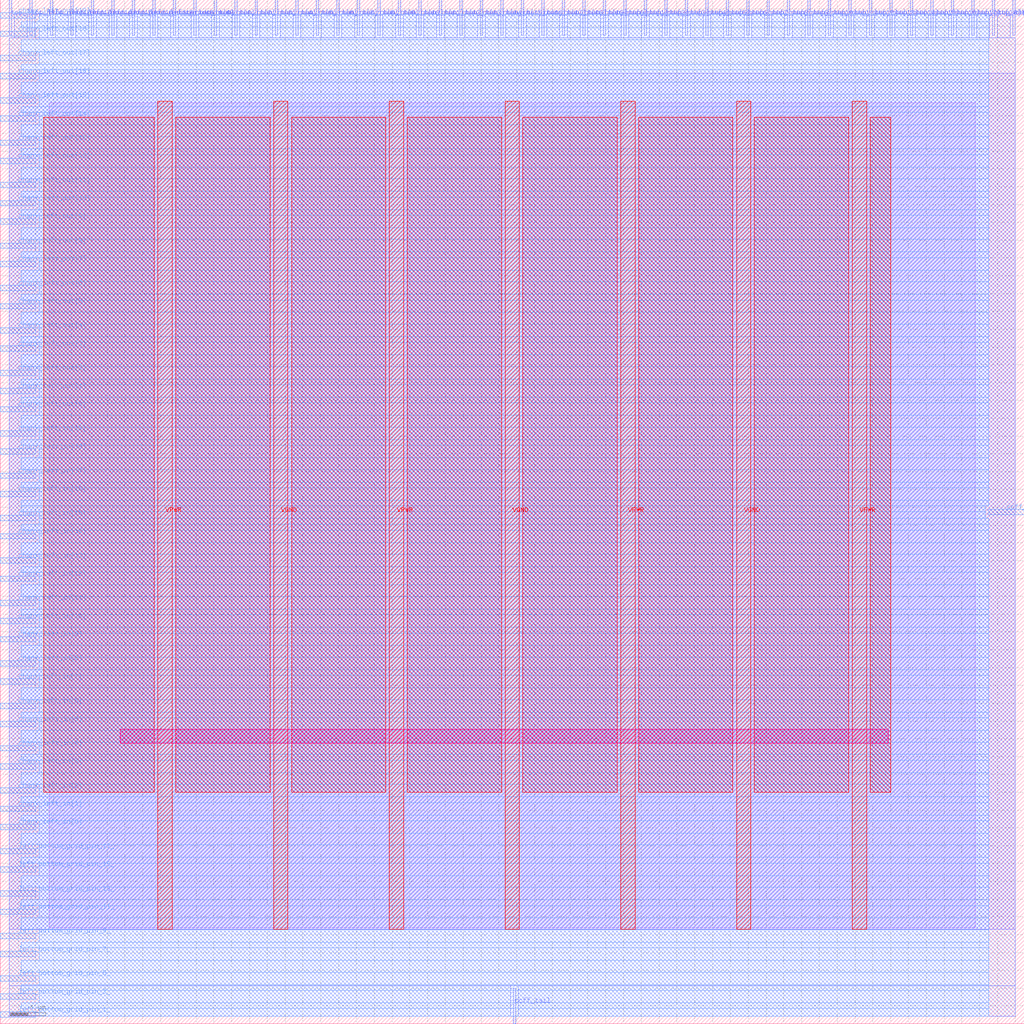
<source format=lef>
VERSION 5.7 ;
  NOWIREEXTENSIONATPIN ON ;
  DIVIDERCHAR "/" ;
  BUSBITCHARS "[]" ;
MACRO sb_2__0_
  CLASS BLOCK ;
  FOREIGN sb_2__0_ ;
  ORIGIN 0.000 0.000 ;
  SIZE 115.000 BY 115.000 ;
  PIN VGND
    DIRECTION INPUT ;
    USE GROUND ;
    PORT
      LAYER met4 ;
        RECT 30.710 10.640 32.310 103.600 ;
    END
    PORT
      LAYER met4 ;
        RECT 56.700 10.640 58.300 103.600 ;
    END
    PORT
      LAYER met4 ;
        RECT 82.690 10.640 84.290 103.600 ;
    END
  END VGND
  PIN VPWR
    DIRECTION INPUT ;
    USE POWER ;
    PORT
      LAYER met4 ;
        RECT 17.715 10.640 19.315 103.600 ;
    END
    PORT
      LAYER met4 ;
        RECT 43.705 10.640 45.305 103.600 ;
    END
    PORT
      LAYER met4 ;
        RECT 69.695 10.640 71.295 103.600 ;
    END
    PORT
      LAYER met4 ;
        RECT 95.685 10.640 97.285 103.600 ;
    END
  END VPWR
  PIN ccff_head
    DIRECTION INPUT ;
    USE SIGNAL ;
    PORT
      LAYER met3 ;
        RECT 111.000 57.160 115.000 57.760 ;
    END
  END ccff_head
  PIN ccff_tail
    DIRECTION OUTPUT TRISTATE ;
    USE SIGNAL ;
    PORT
      LAYER met2 ;
        RECT 57.590 0.000 57.870 4.000 ;
    END
  END ccff_tail
  PIN chanx_left_in[0]
    DIRECTION INPUT ;
    USE SIGNAL ;
    PORT
      LAYER met3 ;
        RECT 0.000 21.800 4.000 22.400 ;
    END
  END chanx_left_in[0]
  PIN chanx_left_in[10]
    DIRECTION INPUT ;
    USE SIGNAL ;
    PORT
      LAYER met3 ;
        RECT 0.000 44.920 4.000 45.520 ;
    END
  END chanx_left_in[10]
  PIN chanx_left_in[11]
    DIRECTION INPUT ;
    USE SIGNAL ;
    PORT
      LAYER met3 ;
        RECT 0.000 46.960 4.000 47.560 ;
    END
  END chanx_left_in[11]
  PIN chanx_left_in[12]
    DIRECTION INPUT ;
    USE SIGNAL ;
    PORT
      LAYER met3 ;
        RECT 0.000 49.680 4.000 50.280 ;
    END
  END chanx_left_in[12]
  PIN chanx_left_in[13]
    DIRECTION INPUT ;
    USE SIGNAL ;
    PORT
      LAYER met3 ;
        RECT 0.000 51.720 4.000 52.320 ;
    END
  END chanx_left_in[13]
  PIN chanx_left_in[14]
    DIRECTION INPUT ;
    USE SIGNAL ;
    PORT
      LAYER met3 ;
        RECT 0.000 54.440 4.000 55.040 ;
    END
  END chanx_left_in[14]
  PIN chanx_left_in[15]
    DIRECTION INPUT ;
    USE SIGNAL ;
    PORT
      LAYER met3 ;
        RECT 0.000 56.480 4.000 57.080 ;
    END
  END chanx_left_in[15]
  PIN chanx_left_in[16]
    DIRECTION INPUT ;
    USE SIGNAL ;
    PORT
      LAYER met3 ;
        RECT 0.000 59.200 4.000 59.800 ;
    END
  END chanx_left_in[16]
  PIN chanx_left_in[17]
    DIRECTION INPUT ;
    USE SIGNAL ;
    PORT
      LAYER met3 ;
        RECT 0.000 61.240 4.000 61.840 ;
    END
  END chanx_left_in[17]
  PIN chanx_left_in[18]
    DIRECTION INPUT ;
    USE SIGNAL ;
    PORT
      LAYER met3 ;
        RECT 0.000 63.960 4.000 64.560 ;
    END
  END chanx_left_in[18]
  PIN chanx_left_in[19]
    DIRECTION INPUT ;
    USE SIGNAL ;
    PORT
      LAYER met3 ;
        RECT 0.000 66.000 4.000 66.600 ;
    END
  END chanx_left_in[19]
  PIN chanx_left_in[1]
    DIRECTION INPUT ;
    USE SIGNAL ;
    PORT
      LAYER met3 ;
        RECT 0.000 23.840 4.000 24.440 ;
    END
  END chanx_left_in[1]
  PIN chanx_left_in[2]
    DIRECTION INPUT ;
    USE SIGNAL ;
    PORT
      LAYER met3 ;
        RECT 0.000 25.880 4.000 26.480 ;
    END
  END chanx_left_in[2]
  PIN chanx_left_in[3]
    DIRECTION INPUT ;
    USE SIGNAL ;
    PORT
      LAYER met3 ;
        RECT 0.000 28.600 4.000 29.200 ;
    END
  END chanx_left_in[3]
  PIN chanx_left_in[4]
    DIRECTION INPUT ;
    USE SIGNAL ;
    PORT
      LAYER met3 ;
        RECT 0.000 30.640 4.000 31.240 ;
    END
  END chanx_left_in[4]
  PIN chanx_left_in[5]
    DIRECTION INPUT ;
    USE SIGNAL ;
    PORT
      LAYER met3 ;
        RECT 0.000 33.360 4.000 33.960 ;
    END
  END chanx_left_in[5]
  PIN chanx_left_in[6]
    DIRECTION INPUT ;
    USE SIGNAL ;
    PORT
      LAYER met3 ;
        RECT 0.000 35.400 4.000 36.000 ;
    END
  END chanx_left_in[6]
  PIN chanx_left_in[7]
    DIRECTION INPUT ;
    USE SIGNAL ;
    PORT
      LAYER met3 ;
        RECT 0.000 38.120 4.000 38.720 ;
    END
  END chanx_left_in[7]
  PIN chanx_left_in[8]
    DIRECTION INPUT ;
    USE SIGNAL ;
    PORT
      LAYER met3 ;
        RECT 0.000 40.160 4.000 40.760 ;
    END
  END chanx_left_in[8]
  PIN chanx_left_in[9]
    DIRECTION INPUT ;
    USE SIGNAL ;
    PORT
      LAYER met3 ;
        RECT 0.000 42.880 4.000 43.480 ;
    END
  END chanx_left_in[9]
  PIN chanx_left_out[0]
    DIRECTION OUTPUT TRISTATE ;
    USE SIGNAL ;
    PORT
      LAYER met3 ;
        RECT 0.000 68.720 4.000 69.320 ;
    END
  END chanx_left_out[0]
  PIN chanx_left_out[10]
    DIRECTION OUTPUT TRISTATE ;
    USE SIGNAL ;
    PORT
      LAYER met3 ;
        RECT 0.000 91.840 4.000 92.440 ;
    END
  END chanx_left_out[10]
  PIN chanx_left_out[11]
    DIRECTION OUTPUT TRISTATE ;
    USE SIGNAL ;
    PORT
      LAYER met3 ;
        RECT 0.000 93.880 4.000 94.480 ;
    END
  END chanx_left_out[11]
  PIN chanx_left_out[12]
    DIRECTION OUTPUT TRISTATE ;
    USE SIGNAL ;
    PORT
      LAYER met3 ;
        RECT 0.000 96.600 4.000 97.200 ;
    END
  END chanx_left_out[12]
  PIN chanx_left_out[13]
    DIRECTION OUTPUT TRISTATE ;
    USE SIGNAL ;
    PORT
      LAYER met3 ;
        RECT 0.000 98.640 4.000 99.240 ;
    END
  END chanx_left_out[13]
  PIN chanx_left_out[14]
    DIRECTION OUTPUT TRISTATE ;
    USE SIGNAL ;
    PORT
      LAYER met3 ;
        RECT 0.000 101.360 4.000 101.960 ;
    END
  END chanx_left_out[14]
  PIN chanx_left_out[15]
    DIRECTION OUTPUT TRISTATE ;
    USE SIGNAL ;
    PORT
      LAYER met3 ;
        RECT 0.000 103.400 4.000 104.000 ;
    END
  END chanx_left_out[15]
  PIN chanx_left_out[16]
    DIRECTION OUTPUT TRISTATE ;
    USE SIGNAL ;
    PORT
      LAYER met3 ;
        RECT 0.000 106.120 4.000 106.720 ;
    END
  END chanx_left_out[16]
  PIN chanx_left_out[17]
    DIRECTION OUTPUT TRISTATE ;
    USE SIGNAL ;
    PORT
      LAYER met3 ;
        RECT 0.000 108.160 4.000 108.760 ;
    END
  END chanx_left_out[17]
  PIN chanx_left_out[18]
    DIRECTION OUTPUT TRISTATE ;
    USE SIGNAL ;
    PORT
      LAYER met3 ;
        RECT 0.000 110.880 4.000 111.480 ;
    END
  END chanx_left_out[18]
  PIN chanx_left_out[19]
    DIRECTION OUTPUT TRISTATE ;
    USE SIGNAL ;
    PORT
      LAYER met3 ;
        RECT 0.000 112.920 4.000 113.520 ;
    END
  END chanx_left_out[19]
  PIN chanx_left_out[1]
    DIRECTION OUTPUT TRISTATE ;
    USE SIGNAL ;
    PORT
      LAYER met3 ;
        RECT 0.000 70.760 4.000 71.360 ;
    END
  END chanx_left_out[1]
  PIN chanx_left_out[2]
    DIRECTION OUTPUT TRISTATE ;
    USE SIGNAL ;
    PORT
      LAYER met3 ;
        RECT 0.000 72.800 4.000 73.400 ;
    END
  END chanx_left_out[2]
  PIN chanx_left_out[3]
    DIRECTION OUTPUT TRISTATE ;
    USE SIGNAL ;
    PORT
      LAYER met3 ;
        RECT 0.000 75.520 4.000 76.120 ;
    END
  END chanx_left_out[3]
  PIN chanx_left_out[4]
    DIRECTION OUTPUT TRISTATE ;
    USE SIGNAL ;
    PORT
      LAYER met3 ;
        RECT 0.000 77.560 4.000 78.160 ;
    END
  END chanx_left_out[4]
  PIN chanx_left_out[5]
    DIRECTION OUTPUT TRISTATE ;
    USE SIGNAL ;
    PORT
      LAYER met3 ;
        RECT 0.000 80.280 4.000 80.880 ;
    END
  END chanx_left_out[5]
  PIN chanx_left_out[6]
    DIRECTION OUTPUT TRISTATE ;
    USE SIGNAL ;
    PORT
      LAYER met3 ;
        RECT 0.000 82.320 4.000 82.920 ;
    END
  END chanx_left_out[6]
  PIN chanx_left_out[7]
    DIRECTION OUTPUT TRISTATE ;
    USE SIGNAL ;
    PORT
      LAYER met3 ;
        RECT 0.000 85.040 4.000 85.640 ;
    END
  END chanx_left_out[7]
  PIN chanx_left_out[8]
    DIRECTION OUTPUT TRISTATE ;
    USE SIGNAL ;
    PORT
      LAYER met3 ;
        RECT 0.000 87.080 4.000 87.680 ;
    END
  END chanx_left_out[8]
  PIN chanx_left_out[9]
    DIRECTION OUTPUT TRISTATE ;
    USE SIGNAL ;
    PORT
      LAYER met3 ;
        RECT 0.000 89.800 4.000 90.400 ;
    END
  END chanx_left_out[9]
  PIN chany_top_in[0]
    DIRECTION INPUT ;
    USE SIGNAL ;
    PORT
      LAYER met2 ;
        RECT 19.410 111.000 19.690 115.000 ;
    END
  END chany_top_in[0]
  PIN chany_top_in[10]
    DIRECTION INPUT ;
    USE SIGNAL ;
    PORT
      LAYER met2 ;
        RECT 42.410 111.000 42.690 115.000 ;
    END
  END chany_top_in[10]
  PIN chany_top_in[11]
    DIRECTION INPUT ;
    USE SIGNAL ;
    PORT
      LAYER met2 ;
        RECT 44.710 111.000 44.990 115.000 ;
    END
  END chany_top_in[11]
  PIN chany_top_in[12]
    DIRECTION INPUT ;
    USE SIGNAL ;
    PORT
      LAYER met2 ;
        RECT 47.010 111.000 47.290 115.000 ;
    END
  END chany_top_in[12]
  PIN chany_top_in[13]
    DIRECTION INPUT ;
    USE SIGNAL ;
    PORT
      LAYER met2 ;
        RECT 49.310 111.000 49.590 115.000 ;
    END
  END chany_top_in[13]
  PIN chany_top_in[14]
    DIRECTION INPUT ;
    USE SIGNAL ;
    PORT
      LAYER met2 ;
        RECT 51.610 111.000 51.890 115.000 ;
    END
  END chany_top_in[14]
  PIN chany_top_in[15]
    DIRECTION INPUT ;
    USE SIGNAL ;
    PORT
      LAYER met2 ;
        RECT 53.910 111.000 54.190 115.000 ;
    END
  END chany_top_in[15]
  PIN chany_top_in[16]
    DIRECTION INPUT ;
    USE SIGNAL ;
    PORT
      LAYER met2 ;
        RECT 56.210 111.000 56.490 115.000 ;
    END
  END chany_top_in[16]
  PIN chany_top_in[17]
    DIRECTION INPUT ;
    USE SIGNAL ;
    PORT
      LAYER met2 ;
        RECT 58.510 111.000 58.790 115.000 ;
    END
  END chany_top_in[17]
  PIN chany_top_in[18]
    DIRECTION INPUT ;
    USE SIGNAL ;
    PORT
      LAYER met2 ;
        RECT 60.810 111.000 61.090 115.000 ;
    END
  END chany_top_in[18]
  PIN chany_top_in[19]
    DIRECTION INPUT ;
    USE SIGNAL ;
    PORT
      LAYER met2 ;
        RECT 63.110 111.000 63.390 115.000 ;
    END
  END chany_top_in[19]
  PIN chany_top_in[1]
    DIRECTION INPUT ;
    USE SIGNAL ;
    PORT
      LAYER met2 ;
        RECT 21.710 111.000 21.990 115.000 ;
    END
  END chany_top_in[1]
  PIN chany_top_in[2]
    DIRECTION INPUT ;
    USE SIGNAL ;
    PORT
      LAYER met2 ;
        RECT 24.010 111.000 24.290 115.000 ;
    END
  END chany_top_in[2]
  PIN chany_top_in[3]
    DIRECTION INPUT ;
    USE SIGNAL ;
    PORT
      LAYER met2 ;
        RECT 26.310 111.000 26.590 115.000 ;
    END
  END chany_top_in[3]
  PIN chany_top_in[4]
    DIRECTION INPUT ;
    USE SIGNAL ;
    PORT
      LAYER met2 ;
        RECT 28.610 111.000 28.890 115.000 ;
    END
  END chany_top_in[4]
  PIN chany_top_in[5]
    DIRECTION INPUT ;
    USE SIGNAL ;
    PORT
      LAYER met2 ;
        RECT 30.910 111.000 31.190 115.000 ;
    END
  END chany_top_in[5]
  PIN chany_top_in[6]
    DIRECTION INPUT ;
    USE SIGNAL ;
    PORT
      LAYER met2 ;
        RECT 33.210 111.000 33.490 115.000 ;
    END
  END chany_top_in[6]
  PIN chany_top_in[7]
    DIRECTION INPUT ;
    USE SIGNAL ;
    PORT
      LAYER met2 ;
        RECT 35.510 111.000 35.790 115.000 ;
    END
  END chany_top_in[7]
  PIN chany_top_in[8]
    DIRECTION INPUT ;
    USE SIGNAL ;
    PORT
      LAYER met2 ;
        RECT 37.810 111.000 38.090 115.000 ;
    END
  END chany_top_in[8]
  PIN chany_top_in[9]
    DIRECTION INPUT ;
    USE SIGNAL ;
    PORT
      LAYER met2 ;
        RECT 40.110 111.000 40.390 115.000 ;
    END
  END chany_top_in[9]
  PIN chany_top_out[0]
    DIRECTION OUTPUT TRISTATE ;
    USE SIGNAL ;
    PORT
      LAYER met2 ;
        RECT 65.410 111.000 65.690 115.000 ;
    END
  END chany_top_out[0]
  PIN chany_top_out[10]
    DIRECTION OUTPUT TRISTATE ;
    USE SIGNAL ;
    PORT
      LAYER met2 ;
        RECT 88.410 111.000 88.690 115.000 ;
    END
  END chany_top_out[10]
  PIN chany_top_out[11]
    DIRECTION OUTPUT TRISTATE ;
    USE SIGNAL ;
    PORT
      LAYER met2 ;
        RECT 90.710 111.000 90.990 115.000 ;
    END
  END chany_top_out[11]
  PIN chany_top_out[12]
    DIRECTION OUTPUT TRISTATE ;
    USE SIGNAL ;
    PORT
      LAYER met2 ;
        RECT 93.010 111.000 93.290 115.000 ;
    END
  END chany_top_out[12]
  PIN chany_top_out[13]
    DIRECTION OUTPUT TRISTATE ;
    USE SIGNAL ;
    PORT
      LAYER met2 ;
        RECT 95.310 111.000 95.590 115.000 ;
    END
  END chany_top_out[13]
  PIN chany_top_out[14]
    DIRECTION OUTPUT TRISTATE ;
    USE SIGNAL ;
    PORT
      LAYER met2 ;
        RECT 97.610 111.000 97.890 115.000 ;
    END
  END chany_top_out[14]
  PIN chany_top_out[15]
    DIRECTION OUTPUT TRISTATE ;
    USE SIGNAL ;
    PORT
      LAYER met2 ;
        RECT 99.910 111.000 100.190 115.000 ;
    END
  END chany_top_out[15]
  PIN chany_top_out[16]
    DIRECTION OUTPUT TRISTATE ;
    USE SIGNAL ;
    PORT
      LAYER met2 ;
        RECT 102.210 111.000 102.490 115.000 ;
    END
  END chany_top_out[16]
  PIN chany_top_out[17]
    DIRECTION OUTPUT TRISTATE ;
    USE SIGNAL ;
    PORT
      LAYER met2 ;
        RECT 104.510 111.000 104.790 115.000 ;
    END
  END chany_top_out[17]
  PIN chany_top_out[18]
    DIRECTION OUTPUT TRISTATE ;
    USE SIGNAL ;
    PORT
      LAYER met2 ;
        RECT 106.810 111.000 107.090 115.000 ;
    END
  END chany_top_out[18]
  PIN chany_top_out[19]
    DIRECTION OUTPUT TRISTATE ;
    USE SIGNAL ;
    PORT
      LAYER met2 ;
        RECT 109.110 111.000 109.390 115.000 ;
    END
  END chany_top_out[19]
  PIN chany_top_out[1]
    DIRECTION OUTPUT TRISTATE ;
    USE SIGNAL ;
    PORT
      LAYER met2 ;
        RECT 67.710 111.000 67.990 115.000 ;
    END
  END chany_top_out[1]
  PIN chany_top_out[2]
    DIRECTION OUTPUT TRISTATE ;
    USE SIGNAL ;
    PORT
      LAYER met2 ;
        RECT 70.010 111.000 70.290 115.000 ;
    END
  END chany_top_out[2]
  PIN chany_top_out[3]
    DIRECTION OUTPUT TRISTATE ;
    USE SIGNAL ;
    PORT
      LAYER met2 ;
        RECT 72.310 111.000 72.590 115.000 ;
    END
  END chany_top_out[3]
  PIN chany_top_out[4]
    DIRECTION OUTPUT TRISTATE ;
    USE SIGNAL ;
    PORT
      LAYER met2 ;
        RECT 74.610 111.000 74.890 115.000 ;
    END
  END chany_top_out[4]
  PIN chany_top_out[5]
    DIRECTION OUTPUT TRISTATE ;
    USE SIGNAL ;
    PORT
      LAYER met2 ;
        RECT 76.910 111.000 77.190 115.000 ;
    END
  END chany_top_out[5]
  PIN chany_top_out[6]
    DIRECTION OUTPUT TRISTATE ;
    USE SIGNAL ;
    PORT
      LAYER met2 ;
        RECT 79.210 111.000 79.490 115.000 ;
    END
  END chany_top_out[6]
  PIN chany_top_out[7]
    DIRECTION OUTPUT TRISTATE ;
    USE SIGNAL ;
    PORT
      LAYER met2 ;
        RECT 81.510 111.000 81.790 115.000 ;
    END
  END chany_top_out[7]
  PIN chany_top_out[8]
    DIRECTION OUTPUT TRISTATE ;
    USE SIGNAL ;
    PORT
      LAYER met2 ;
        RECT 83.810 111.000 84.090 115.000 ;
    END
  END chany_top_out[8]
  PIN chany_top_out[9]
    DIRECTION OUTPUT TRISTATE ;
    USE SIGNAL ;
    PORT
      LAYER met2 ;
        RECT 86.110 111.000 86.390 115.000 ;
    END
  END chany_top_out[9]
  PIN left_bottom_grid_pin_11_
    DIRECTION INPUT ;
    USE SIGNAL ;
    PORT
      LAYER met3 ;
        RECT 0.000 12.280 4.000 12.880 ;
    END
  END left_bottom_grid_pin_11_
  PIN left_bottom_grid_pin_13_
    DIRECTION INPUT ;
    USE SIGNAL ;
    PORT
      LAYER met3 ;
        RECT 0.000 14.320 4.000 14.920 ;
    END
  END left_bottom_grid_pin_13_
  PIN left_bottom_grid_pin_15_
    DIRECTION INPUT ;
    USE SIGNAL ;
    PORT
      LAYER met3 ;
        RECT 0.000 17.040 4.000 17.640 ;
    END
  END left_bottom_grid_pin_15_
  PIN left_bottom_grid_pin_17_
    DIRECTION INPUT ;
    USE SIGNAL ;
    PORT
      LAYER met3 ;
        RECT 0.000 19.080 4.000 19.680 ;
    END
  END left_bottom_grid_pin_17_
  PIN left_bottom_grid_pin_1_
    DIRECTION INPUT ;
    USE SIGNAL ;
    PORT
      LAYER met3 ;
        RECT 0.000 0.720 4.000 1.320 ;
    END
  END left_bottom_grid_pin_1_
  PIN left_bottom_grid_pin_3_
    DIRECTION INPUT ;
    USE SIGNAL ;
    PORT
      LAYER met3 ;
        RECT 0.000 2.760 4.000 3.360 ;
    END
  END left_bottom_grid_pin_3_
  PIN left_bottom_grid_pin_5_
    DIRECTION INPUT ;
    USE SIGNAL ;
    PORT
      LAYER met3 ;
        RECT 0.000 4.800 4.000 5.400 ;
    END
  END left_bottom_grid_pin_5_
  PIN left_bottom_grid_pin_7_
    DIRECTION INPUT ;
    USE SIGNAL ;
    PORT
      LAYER met3 ;
        RECT 0.000 7.520 4.000 8.120 ;
    END
  END left_bottom_grid_pin_7_
  PIN left_bottom_grid_pin_9_
    DIRECTION INPUT ;
    USE SIGNAL ;
    PORT
      LAYER met3 ;
        RECT 0.000 9.560 4.000 10.160 ;
    END
  END left_bottom_grid_pin_9_
  PIN prog_clk_0_N_in
    DIRECTION INPUT ;
    USE SIGNAL ;
    PORT
      LAYER met2 ;
        RECT 111.410 111.000 111.690 115.000 ;
    END
  END prog_clk_0_N_in
  PIN top_left_grid_pin_42_
    DIRECTION INPUT ;
    USE SIGNAL ;
    PORT
      LAYER met2 ;
        RECT 1.010 111.000 1.290 115.000 ;
    END
  END top_left_grid_pin_42_
  PIN top_left_grid_pin_43_
    DIRECTION INPUT ;
    USE SIGNAL ;
    PORT
      LAYER met2 ;
        RECT 3.310 111.000 3.590 115.000 ;
    END
  END top_left_grid_pin_43_
  PIN top_left_grid_pin_44_
    DIRECTION INPUT ;
    USE SIGNAL ;
    PORT
      LAYER met2 ;
        RECT 5.610 111.000 5.890 115.000 ;
    END
  END top_left_grid_pin_44_
  PIN top_left_grid_pin_45_
    DIRECTION INPUT ;
    USE SIGNAL ;
    PORT
      LAYER met2 ;
        RECT 7.910 111.000 8.190 115.000 ;
    END
  END top_left_grid_pin_45_
  PIN top_left_grid_pin_46_
    DIRECTION INPUT ;
    USE SIGNAL ;
    PORT
      LAYER met2 ;
        RECT 10.210 111.000 10.490 115.000 ;
    END
  END top_left_grid_pin_46_
  PIN top_left_grid_pin_47_
    DIRECTION INPUT ;
    USE SIGNAL ;
    PORT
      LAYER met2 ;
        RECT 12.510 111.000 12.790 115.000 ;
    END
  END top_left_grid_pin_47_
  PIN top_left_grid_pin_48_
    DIRECTION INPUT ;
    USE SIGNAL ;
    PORT
      LAYER met2 ;
        RECT 14.810 111.000 15.090 115.000 ;
    END
  END top_left_grid_pin_48_
  PIN top_left_grid_pin_49_
    DIRECTION INPUT ;
    USE SIGNAL ;
    PORT
      LAYER met2 ;
        RECT 17.110 111.000 17.390 115.000 ;
    END
  END top_left_grid_pin_49_
  PIN top_right_grid_pin_1_
    DIRECTION INPUT ;
    USE SIGNAL ;
    PORT
      LAYER met2 ;
        RECT 113.710 111.000 113.990 115.000 ;
    END
  END top_right_grid_pin_1_
  OBS
      LAYER li1 ;
        RECT 5.520 10.795 109.480 103.445 ;
      LAYER met1 ;
        RECT 0.990 10.640 114.010 106.720 ;
      LAYER met2 ;
        RECT 1.570 110.720 3.030 113.405 ;
        RECT 3.870 110.720 5.330 113.405 ;
        RECT 6.170 110.720 7.630 113.405 ;
        RECT 8.470 110.720 9.930 113.405 ;
        RECT 10.770 110.720 12.230 113.405 ;
        RECT 13.070 110.720 14.530 113.405 ;
        RECT 15.370 110.720 16.830 113.405 ;
        RECT 17.670 110.720 19.130 113.405 ;
        RECT 19.970 110.720 21.430 113.405 ;
        RECT 22.270 110.720 23.730 113.405 ;
        RECT 24.570 110.720 26.030 113.405 ;
        RECT 26.870 110.720 28.330 113.405 ;
        RECT 29.170 110.720 30.630 113.405 ;
        RECT 31.470 110.720 32.930 113.405 ;
        RECT 33.770 110.720 35.230 113.405 ;
        RECT 36.070 110.720 37.530 113.405 ;
        RECT 38.370 110.720 39.830 113.405 ;
        RECT 40.670 110.720 42.130 113.405 ;
        RECT 42.970 110.720 44.430 113.405 ;
        RECT 45.270 110.720 46.730 113.405 ;
        RECT 47.570 110.720 49.030 113.405 ;
        RECT 49.870 110.720 51.330 113.405 ;
        RECT 52.170 110.720 53.630 113.405 ;
        RECT 54.470 110.720 55.930 113.405 ;
        RECT 56.770 110.720 58.230 113.405 ;
        RECT 59.070 110.720 60.530 113.405 ;
        RECT 61.370 110.720 62.830 113.405 ;
        RECT 63.670 110.720 65.130 113.405 ;
        RECT 65.970 110.720 67.430 113.405 ;
        RECT 68.270 110.720 69.730 113.405 ;
        RECT 70.570 110.720 72.030 113.405 ;
        RECT 72.870 110.720 74.330 113.405 ;
        RECT 75.170 110.720 76.630 113.405 ;
        RECT 77.470 110.720 78.930 113.405 ;
        RECT 79.770 110.720 81.230 113.405 ;
        RECT 82.070 110.720 83.530 113.405 ;
        RECT 84.370 110.720 85.830 113.405 ;
        RECT 86.670 110.720 88.130 113.405 ;
        RECT 88.970 110.720 90.430 113.405 ;
        RECT 91.270 110.720 92.730 113.405 ;
        RECT 93.570 110.720 95.030 113.405 ;
        RECT 95.870 110.720 97.330 113.405 ;
        RECT 98.170 110.720 99.630 113.405 ;
        RECT 100.470 110.720 101.930 113.405 ;
        RECT 102.770 110.720 104.230 113.405 ;
        RECT 105.070 110.720 106.530 113.405 ;
        RECT 107.370 110.720 108.830 113.405 ;
        RECT 109.670 110.720 111.130 113.405 ;
        RECT 111.970 110.720 113.430 113.405 ;
        RECT 1.020 4.280 113.980 110.720 ;
        RECT 1.020 0.835 57.310 4.280 ;
        RECT 58.150 0.835 113.980 4.280 ;
      LAYER met3 ;
        RECT 4.400 112.520 111.000 113.385 ;
        RECT 2.365 111.880 111.000 112.520 ;
        RECT 4.400 110.480 111.000 111.880 ;
        RECT 2.365 109.160 111.000 110.480 ;
        RECT 4.400 107.760 111.000 109.160 ;
        RECT 2.365 107.120 111.000 107.760 ;
        RECT 4.400 105.720 111.000 107.120 ;
        RECT 2.365 104.400 111.000 105.720 ;
        RECT 4.400 103.000 111.000 104.400 ;
        RECT 2.365 102.360 111.000 103.000 ;
        RECT 4.400 100.960 111.000 102.360 ;
        RECT 2.365 99.640 111.000 100.960 ;
        RECT 4.400 98.240 111.000 99.640 ;
        RECT 2.365 97.600 111.000 98.240 ;
        RECT 4.400 96.200 111.000 97.600 ;
        RECT 2.365 94.880 111.000 96.200 ;
        RECT 4.400 93.480 111.000 94.880 ;
        RECT 2.365 92.840 111.000 93.480 ;
        RECT 4.400 91.440 111.000 92.840 ;
        RECT 2.365 90.800 111.000 91.440 ;
        RECT 4.400 89.400 111.000 90.800 ;
        RECT 2.365 88.080 111.000 89.400 ;
        RECT 4.400 86.680 111.000 88.080 ;
        RECT 2.365 86.040 111.000 86.680 ;
        RECT 4.400 84.640 111.000 86.040 ;
        RECT 2.365 83.320 111.000 84.640 ;
        RECT 4.400 81.920 111.000 83.320 ;
        RECT 2.365 81.280 111.000 81.920 ;
        RECT 4.400 79.880 111.000 81.280 ;
        RECT 2.365 78.560 111.000 79.880 ;
        RECT 4.400 77.160 111.000 78.560 ;
        RECT 2.365 76.520 111.000 77.160 ;
        RECT 4.400 75.120 111.000 76.520 ;
        RECT 2.365 73.800 111.000 75.120 ;
        RECT 4.400 72.400 111.000 73.800 ;
        RECT 2.365 71.760 111.000 72.400 ;
        RECT 4.400 70.360 111.000 71.760 ;
        RECT 2.365 69.720 111.000 70.360 ;
        RECT 4.400 68.320 111.000 69.720 ;
        RECT 2.365 67.000 111.000 68.320 ;
        RECT 4.400 65.600 111.000 67.000 ;
        RECT 2.365 64.960 111.000 65.600 ;
        RECT 4.400 63.560 111.000 64.960 ;
        RECT 2.365 62.240 111.000 63.560 ;
        RECT 4.400 60.840 111.000 62.240 ;
        RECT 2.365 60.200 111.000 60.840 ;
        RECT 4.400 58.800 111.000 60.200 ;
        RECT 2.365 58.160 111.000 58.800 ;
        RECT 2.365 57.480 110.600 58.160 ;
        RECT 4.400 56.760 110.600 57.480 ;
        RECT 4.400 56.080 111.000 56.760 ;
        RECT 2.365 55.440 111.000 56.080 ;
        RECT 4.400 54.040 111.000 55.440 ;
        RECT 2.365 52.720 111.000 54.040 ;
        RECT 4.400 51.320 111.000 52.720 ;
        RECT 2.365 50.680 111.000 51.320 ;
        RECT 4.400 49.280 111.000 50.680 ;
        RECT 2.365 47.960 111.000 49.280 ;
        RECT 4.400 46.560 111.000 47.960 ;
        RECT 2.365 45.920 111.000 46.560 ;
        RECT 4.400 44.520 111.000 45.920 ;
        RECT 2.365 43.880 111.000 44.520 ;
        RECT 4.400 42.480 111.000 43.880 ;
        RECT 2.365 41.160 111.000 42.480 ;
        RECT 4.400 39.760 111.000 41.160 ;
        RECT 2.365 39.120 111.000 39.760 ;
        RECT 4.400 37.720 111.000 39.120 ;
        RECT 2.365 36.400 111.000 37.720 ;
        RECT 4.400 35.000 111.000 36.400 ;
        RECT 2.365 34.360 111.000 35.000 ;
        RECT 4.400 32.960 111.000 34.360 ;
        RECT 2.365 31.640 111.000 32.960 ;
        RECT 4.400 30.240 111.000 31.640 ;
        RECT 2.365 29.600 111.000 30.240 ;
        RECT 4.400 28.200 111.000 29.600 ;
        RECT 2.365 26.880 111.000 28.200 ;
        RECT 4.400 25.480 111.000 26.880 ;
        RECT 2.365 24.840 111.000 25.480 ;
        RECT 4.400 23.440 111.000 24.840 ;
        RECT 2.365 22.800 111.000 23.440 ;
        RECT 4.400 21.400 111.000 22.800 ;
        RECT 2.365 20.080 111.000 21.400 ;
        RECT 4.400 18.680 111.000 20.080 ;
        RECT 2.365 18.040 111.000 18.680 ;
        RECT 4.400 16.640 111.000 18.040 ;
        RECT 2.365 15.320 111.000 16.640 ;
        RECT 4.400 13.920 111.000 15.320 ;
        RECT 2.365 13.280 111.000 13.920 ;
        RECT 4.400 11.880 111.000 13.280 ;
        RECT 2.365 10.560 111.000 11.880 ;
        RECT 4.400 9.160 111.000 10.560 ;
        RECT 2.365 8.520 111.000 9.160 ;
        RECT 4.400 7.120 111.000 8.520 ;
        RECT 2.365 5.800 111.000 7.120 ;
        RECT 4.400 4.400 111.000 5.800 ;
        RECT 2.365 3.760 111.000 4.400 ;
        RECT 4.400 2.360 111.000 3.760 ;
        RECT 2.365 1.720 111.000 2.360 ;
        RECT 4.400 0.855 111.000 1.720 ;
      LAYER met4 ;
        RECT 4.895 26.015 17.315 101.825 ;
        RECT 19.715 26.015 30.310 101.825 ;
        RECT 32.710 26.015 43.305 101.825 ;
        RECT 45.705 26.015 56.300 101.825 ;
        RECT 58.700 26.015 69.295 101.825 ;
        RECT 71.695 26.015 82.290 101.825 ;
        RECT 84.690 26.015 95.285 101.825 ;
        RECT 97.685 26.015 99.985 101.825 ;
      LAYER met5 ;
        RECT 13.460 31.500 99.700 33.100 ;
  END
END sb_2__0_
END LIBRARY


</source>
